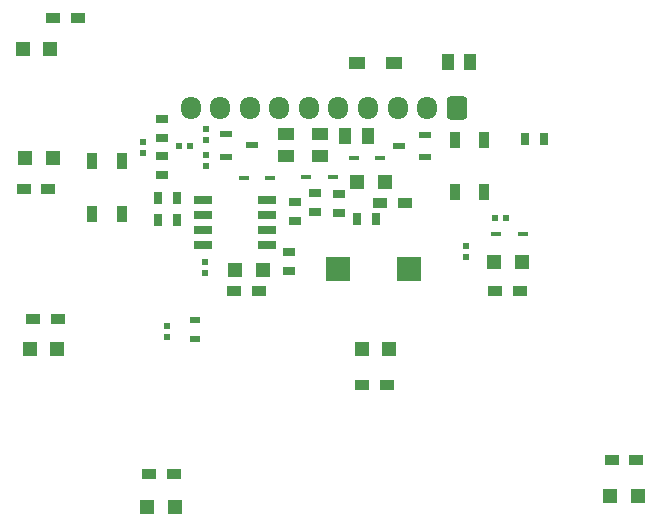
<source format=gbr>
%TF.GenerationSoftware,KiCad,Pcbnew,(6.0.6)*%
%TF.CreationDate,2023-05-08T04:54:07+09:00*%
%TF.ProjectId,128KB_64pin_Touch_R_halfduplex_x2,3132384b-425f-4363-9470-696e5f546f75,rev?*%
%TF.SameCoordinates,Original*%
%TF.FileFunction,Soldermask,Top*%
%TF.FilePolarity,Negative*%
%FSLAX46Y46*%
G04 Gerber Fmt 4.6, Leading zero omitted, Abs format (unit mm)*
G04 Created by KiCad (PCBNEW (6.0.6)) date 2023-05-08 04:54:07*
%MOMM*%
%LPD*%
G01*
G04 APERTURE LIST*
G04 Aperture macros list*
%AMRoundRect*
0 Rectangle with rounded corners*
0 $1 Rounding radius*
0 $2 $3 $4 $5 $6 $7 $8 $9 X,Y pos of 4 corners*
0 Add a 4 corners polygon primitive as box body*
4,1,4,$2,$3,$4,$5,$6,$7,$8,$9,$2,$3,0*
0 Add four circle primitives for the rounded corners*
1,1,$1+$1,$2,$3*
1,1,$1+$1,$4,$5*
1,1,$1+$1,$6,$7*
1,1,$1+$1,$8,$9*
0 Add four rect primitives between the rounded corners*
20,1,$1+$1,$2,$3,$4,$5,0*
20,1,$1+$1,$4,$5,$6,$7,0*
20,1,$1+$1,$6,$7,$8,$9,0*
20,1,$1+$1,$8,$9,$2,$3,0*%
G04 Aperture macros list end*
%ADD10R,1.340000X1.140000*%
%ADD11R,0.620000X0.600000*%
%ADD12R,1.150000X1.150000*%
%ADD13R,0.940000X0.540000*%
%ADD14R,1.000000X1.400000*%
%ADD15R,1.400000X1.000000*%
%ADD16R,1.200000X0.950000*%
%ADD17R,1.000000X0.800000*%
%ADD18R,0.800000X1.000000*%
%ADD19R,0.900000X1.450000*%
%ADD20R,1.050000X0.600000*%
%ADD21R,0.870000X0.420000*%
%ADD22R,0.600000X0.620000*%
%ADD23R,1.528000X0.650000*%
%ADD24R,2.000000X2.000000*%
%ADD25RoundRect,0.250000X0.600000X0.725000X-0.600000X0.725000X-0.600000X-0.725000X0.600000X-0.725000X0*%
%ADD26O,1.700000X1.950000*%
G04 APERTURE END LIST*
D10*
%TO.C,D4*%
X152220000Y-88200000D03*
X149120000Y-88200000D03*
%TD*%
D11*
%TO.C,C2*%
X136270000Y-94690000D03*
X136270000Y-93770000D03*
%TD*%
D12*
%TO.C,R25*%
X170505000Y-124850000D03*
X172855000Y-124850000D03*
%TD*%
D13*
%TO.C,C23*%
X135370000Y-109980000D03*
X135370000Y-111580000D03*
%TD*%
D11*
%TO.C,C1*%
X136280000Y-96890000D03*
X136280000Y-95970000D03*
%TD*%
D14*
%TO.C,R6*%
X156760000Y-88150000D03*
X158660000Y-88150000D03*
%TD*%
D15*
%TO.C,R2*%
X145920000Y-94210000D03*
X145920000Y-96110000D03*
%TD*%
D16*
%TO.C,LED3*%
X133580000Y-122990000D03*
X131480000Y-122990000D03*
%TD*%
D17*
%TO.C,R22*%
X143800000Y-101590000D03*
X143800000Y-99990000D03*
%TD*%
D16*
%TO.C,LED9*%
X123770000Y-109870000D03*
X121670000Y-109870000D03*
%TD*%
%TO.C,LED2*%
X125470000Y-84380000D03*
X123370000Y-84380000D03*
%TD*%
D12*
%TO.C,R31*%
X141125000Y-105770000D03*
X138775000Y-105770000D03*
%TD*%
D18*
%TO.C,R13*%
X132230000Y-99600000D03*
X133830000Y-99600000D03*
%TD*%
D19*
%TO.C,FL2*%
X126655000Y-96500000D03*
X126655000Y-100950000D03*
X129155000Y-100950000D03*
X129155000Y-96500000D03*
%TD*%
D20*
%TO.C,D2*%
X138015000Y-94240000D03*
X138015000Y-96140000D03*
X140215000Y-95190000D03*
%TD*%
D11*
%TO.C,C20*%
X133020000Y-110510000D03*
X133020000Y-111430000D03*
%TD*%
D12*
%TO.C,R29*%
X133665000Y-125770000D03*
X131315000Y-125770000D03*
%TD*%
D16*
%TO.C,LED8*%
X151630000Y-115510000D03*
X149530000Y-115510000D03*
%TD*%
D12*
%TO.C,R32*%
X160690000Y-105070000D03*
X163040000Y-105070000D03*
%TD*%
D16*
%TO.C,LED4*%
X153130000Y-100100000D03*
X151030000Y-100100000D03*
%TD*%
D21*
%TO.C,Z5*%
X160895000Y-102655000D03*
X163145000Y-102655000D03*
%TD*%
D12*
%TO.C,R33*%
X123305000Y-96230000D03*
X120955000Y-96230000D03*
%TD*%
D22*
%TO.C,C8*%
X160780000Y-101340000D03*
X161700000Y-101340000D03*
%TD*%
D21*
%TO.C,Z2*%
X141755000Y-97925000D03*
X139505000Y-97925000D03*
%TD*%
D20*
%TO.C,D1*%
X154805000Y-96170000D03*
X154805000Y-94270000D03*
X152605000Y-95220000D03*
%TD*%
D14*
%TO.C,R3*%
X149990000Y-94380000D03*
X148090000Y-94380000D03*
%TD*%
D18*
%TO.C,R12*%
X132250000Y-101520000D03*
X133850000Y-101520000D03*
%TD*%
D16*
%TO.C,LED1*%
X170640000Y-121820000D03*
X172740000Y-121820000D03*
%TD*%
D21*
%TO.C,Z4*%
X148805000Y-96235000D03*
X151055000Y-96235000D03*
%TD*%
D11*
%TO.C,C14*%
X136230000Y-105050000D03*
X136230000Y-105970000D03*
%TD*%
D16*
%TO.C,LED7*%
X122950000Y-98870000D03*
X120850000Y-98870000D03*
%TD*%
%TO.C,LED5*%
X140770000Y-107500000D03*
X138670000Y-107500000D03*
%TD*%
D11*
%TO.C,C5*%
X158330000Y-103690000D03*
X158330000Y-104610000D03*
%TD*%
D17*
%TO.C,R26*%
X147550000Y-100930000D03*
X147550000Y-99330000D03*
%TD*%
D23*
%TO.C,IC3*%
X141436000Y-103575000D03*
X141436000Y-102305000D03*
X141436000Y-101035000D03*
X141436000Y-99765000D03*
X136014000Y-99765000D03*
X136014000Y-101035000D03*
X136014000Y-102305000D03*
X136014000Y-103575000D03*
%TD*%
D17*
%TO.C,R21*%
X143290000Y-105790000D03*
X143290000Y-104190000D03*
%TD*%
D22*
%TO.C,C4*%
X134030000Y-95270000D03*
X134950000Y-95270000D03*
%TD*%
D15*
%TO.C,R1*%
X143050000Y-94190000D03*
X143050000Y-96090000D03*
%TD*%
D12*
%TO.C,R35*%
X123720000Y-112460000D03*
X121370000Y-112460000D03*
%TD*%
D11*
%TO.C,C6*%
X131000000Y-95810000D03*
X131000000Y-94890000D03*
%TD*%
D12*
%TO.C,R34*%
X151820000Y-112440000D03*
X149470000Y-112440000D03*
%TD*%
D18*
%TO.C,R28*%
X149120000Y-101440000D03*
X150720000Y-101440000D03*
%TD*%
D17*
%TO.C,R19*%
X145540000Y-100840000D03*
X145540000Y-99240000D03*
%TD*%
D16*
%TO.C,LED6*%
X160770000Y-107500000D03*
X162870000Y-107500000D03*
%TD*%
D17*
%TO.C,R4*%
X132610000Y-97700000D03*
X132610000Y-96100000D03*
%TD*%
D12*
%TO.C,R30*%
X151420000Y-98250000D03*
X149070000Y-98250000D03*
%TD*%
D19*
%TO.C,FL1*%
X159845000Y-99140000D03*
X159845000Y-94690000D03*
X157345000Y-94690000D03*
X157345000Y-99140000D03*
%TD*%
D12*
%TO.C,R27*%
X123115000Y-87010000D03*
X120765000Y-87010000D03*
%TD*%
D17*
%TO.C,R5*%
X132600000Y-94540000D03*
X132600000Y-92940000D03*
%TD*%
D24*
%TO.C,S1*%
X147445000Y-105655000D03*
X153445000Y-105655000D03*
%TD*%
D21*
%TO.C,Z3*%
X144795000Y-97865000D03*
X147045000Y-97865000D03*
%TD*%
D18*
%TO.C,R9*%
X164930000Y-94620000D03*
X163330000Y-94620000D03*
%TD*%
D25*
%TO.C,J1*%
X157514994Y-92000000D03*
D26*
X155014994Y-92000000D03*
X152514994Y-92000000D03*
X150014994Y-92000000D03*
X147514994Y-92000000D03*
X145014994Y-92000000D03*
X142514994Y-92000000D03*
X140014994Y-92000000D03*
X137514994Y-92000000D03*
X135014994Y-92000000D03*
%TD*%
M02*

</source>
